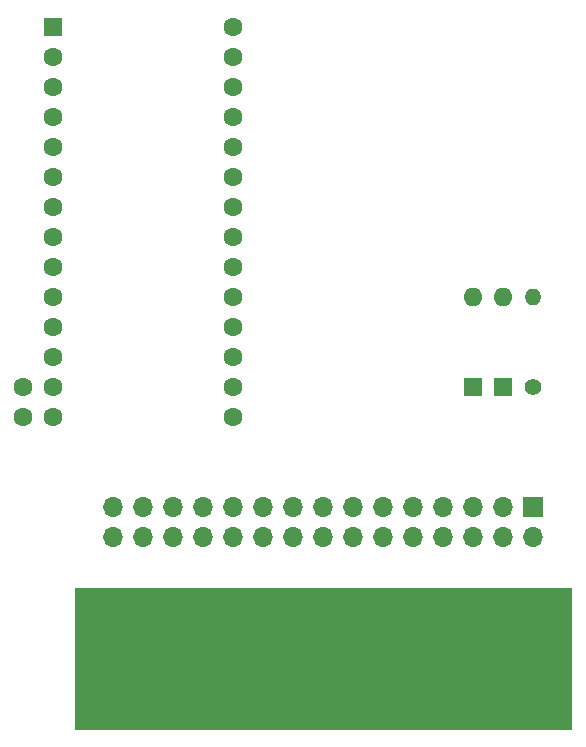
<source format=gbr>
%TF.GenerationSoftware,KiCad,Pcbnew,9.0.0*%
%TF.CreationDate,2025-05-03T18:19:40+02:00*%
%TF.ProjectId,SV3x8-SimpleCart,53563378-382d-4536-996d-706c65436172,1*%
%TF.SameCoordinates,Original*%
%TF.FileFunction,Soldermask,Bot*%
%TF.FilePolarity,Negative*%
%FSLAX46Y46*%
G04 Gerber Fmt 4.6, Leading zero omitted, Abs format (unit mm)*
G04 Created by KiCad (PCBNEW 9.0.0) date 2025-05-03 18:19:40*
%MOMM*%
%LPD*%
G01*
G04 APERTURE LIST*
G04 Aperture macros list*
%AMRoundRect*
0 Rectangle with rounded corners*
0 $1 Rounding radius*
0 $2 $3 $4 $5 $6 $7 $8 $9 X,Y pos of 4 corners*
0 Add a 4 corners polygon primitive as box body*
4,1,4,$2,$3,$4,$5,$6,$7,$8,$9,$2,$3,0*
0 Add four circle primitives for the rounded corners*
1,1,$1+$1,$2,$3*
1,1,$1+$1,$4,$5*
1,1,$1+$1,$6,$7*
1,1,$1+$1,$8,$9*
0 Add four rect primitives between the rounded corners*
20,1,$1+$1,$2,$3,$4,$5,0*
20,1,$1+$1,$4,$5,$6,$7,0*
20,1,$1+$1,$6,$7,$8,$9,0*
20,1,$1+$1,$8,$9,$2,$3,0*%
G04 Aperture macros list end*
%ADD10C,0.100000*%
%ADD11C,1.400000*%
%ADD12O,1.400000X1.400000*%
%ADD13R,1.600000X1.600000*%
%ADD14O,1.600000X1.600000*%
%ADD15RoundRect,0.250000X-0.550000X-0.550000X0.550000X-0.550000X0.550000X0.550000X-0.550000X0.550000X0*%
%ADD16C,1.600000*%
%ADD17R,1.700000X1.700000*%
%ADD18O,1.700000X1.700000*%
G04 APERTURE END LIST*
%TO.C,J1*%
D10*
X113620000Y-126250000D02*
X155620000Y-126250000D01*
X155620000Y-138155000D01*
X113620000Y-138155000D01*
X113620000Y-126250000D01*
G36*
X113620000Y-126250000D02*
G01*
X155620000Y-126250000D01*
X155620000Y-138155000D01*
X113620000Y-138155000D01*
X113620000Y-126250000D01*
G37*
%TD*%
D11*
%TO.C,R1*%
X152400000Y-109220000D03*
D12*
X152400000Y-101600000D03*
%TD*%
D13*
%TO.C,D2*%
X149860000Y-109220000D03*
D14*
X149860000Y-101600000D03*
%TD*%
D13*
%TO.C,D1*%
X147320000Y-109220000D03*
D14*
X147320000Y-101600000D03*
%TD*%
D15*
%TO.C,U1*%
X111760000Y-78740000D03*
D16*
X111760000Y-81280000D03*
X111760000Y-83820000D03*
X111760000Y-86360000D03*
X111760000Y-88900000D03*
X111760000Y-91440000D03*
X111760000Y-93980000D03*
X111760000Y-96520000D03*
X111760000Y-99060000D03*
X111760000Y-101600000D03*
X111760000Y-104140000D03*
X111760000Y-106680000D03*
X111760000Y-109220000D03*
X111760000Y-111760000D03*
X127000000Y-111760000D03*
X127000000Y-109220000D03*
X127000000Y-106680000D03*
X127000000Y-104140000D03*
X127000000Y-101600000D03*
X127000000Y-99060000D03*
X127000000Y-96520000D03*
X127000000Y-93980000D03*
X127000000Y-91440000D03*
X127000000Y-88900000D03*
X127000000Y-86360000D03*
X127000000Y-83820000D03*
X127000000Y-81280000D03*
X127000000Y-78740000D03*
%TD*%
%TO.C,C1*%
X109220000Y-109260000D03*
X109220000Y-111760000D03*
%TD*%
D17*
%TO.C,J2*%
X152400000Y-119380000D03*
D18*
X152400000Y-121920000D03*
X149860000Y-119380000D03*
X149860000Y-121920000D03*
X147320000Y-119380000D03*
X147320000Y-121920000D03*
X144780000Y-119380000D03*
X144780000Y-121920000D03*
X142240000Y-119380000D03*
X142240000Y-121920000D03*
X139700000Y-119380000D03*
X139700000Y-121920000D03*
X137160000Y-119380000D03*
X137160000Y-121920000D03*
X134620000Y-119380000D03*
X134620000Y-121920000D03*
X132080000Y-119380000D03*
X132080000Y-121920000D03*
X129540000Y-119380000D03*
X129540000Y-121920000D03*
X127000000Y-119380000D03*
X127000000Y-121920000D03*
X124460000Y-119380000D03*
X124460000Y-121920000D03*
X121920000Y-119380000D03*
X121920000Y-121920000D03*
X119380000Y-119380000D03*
X119380000Y-121920000D03*
X116840000Y-119380000D03*
X116840000Y-121920000D03*
%TD*%
M02*

</source>
